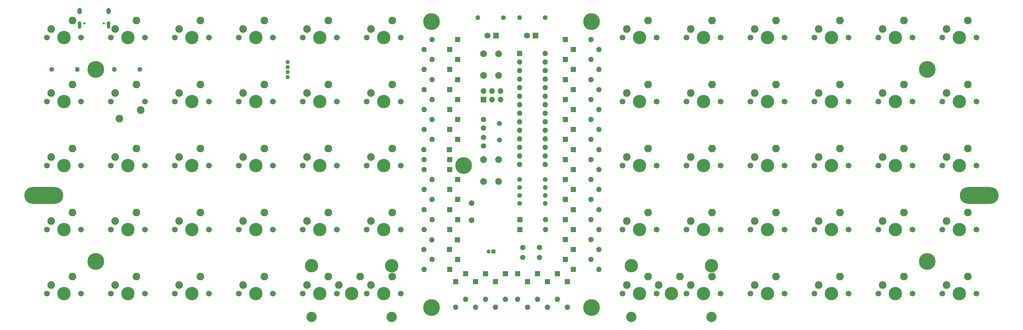
<source format=gbr>
G04 #@! TF.GenerationSoftware,KiCad,Pcbnew,7.0.5-0*
G04 #@! TF.CreationDate,2024-06-26T19:37:14+02:00*
G04 #@! TF.ProjectId,lumberjack,6c756d62-6572-46a6-9163-6b2e6b696361,1.9*
G04 #@! TF.SameCoordinates,Original*
G04 #@! TF.FileFunction,Soldermask,Top*
G04 #@! TF.FilePolarity,Negative*
%FSLAX46Y46*%
G04 Gerber Fmt 4.6, Leading zero omitted, Abs format (unit mm)*
G04 Created by KiCad (PCBNEW 7.0.5-0) date 2024-06-26 19:37:14*
%MOMM*%
%LPD*%
G01*
G04 APERTURE LIST*
%ADD10C,1.701800*%
%ADD11C,3.987800*%
%ADD12C,2.286000*%
%ADD13C,1.600000*%
%ADD14R,1.800000X1.800000*%
%ADD15C,1.800000*%
%ADD16R,1.600000X1.600000*%
%ADD17O,1.600000X1.600000*%
%ADD18C,1.710000*%
%ADD19R,1.200000X1.200000*%
%ADD20C,1.200000*%
%ADD21C,2.000000*%
%ADD22C,5.000000*%
%ADD23O,11.600000X5.000000*%
%ADD24C,3.048000*%
%ADD25R,1.700000X1.700000*%
%ADD26O,1.700000X1.700000*%
%ADD27C,1.400000*%
%ADD28O,1.400000X1.400000*%
%ADD29C,1.500000*%
%ADD30C,0.650000*%
%ADD31O,1.300000X1.900000*%
%ADD32O,1.100000X2.200000*%
%ADD33C,1.244600*%
G04 APERTURE END LIST*
D10*
X280670240Y-64293804D03*
D11*
X285750240Y-64293804D03*
D10*
X290830240Y-64293804D03*
D12*
X288290240Y-59213804D03*
X281940240Y-61753804D03*
D13*
X144065746Y-94059454D03*
X144065746Y-96559454D03*
X144065746Y-88701637D03*
X144065746Y-91201637D03*
D14*
X159543884Y-63698491D03*
D15*
X157003884Y-63698491D03*
D16*
X154781380Y-69056308D03*
D17*
X154781380Y-71596308D03*
X154781380Y-74136308D03*
X154781380Y-76676308D03*
X154781380Y-79216308D03*
X154781380Y-81756308D03*
X154781380Y-84296308D03*
X154781380Y-86836308D03*
X154781380Y-89376308D03*
X154781380Y-91916308D03*
X154781380Y-94456308D03*
X154781380Y-96996308D03*
X154781380Y-99536308D03*
X154781380Y-102076308D03*
X162401380Y-102076308D03*
X162401380Y-99536308D03*
X162401380Y-96996308D03*
X162401380Y-94456308D03*
X162401380Y-91916308D03*
X162401380Y-89376308D03*
X162401380Y-86836308D03*
X162401380Y-84296308D03*
X162401380Y-81756308D03*
X162401380Y-79216308D03*
X162401380Y-76676308D03*
X162401380Y-74136308D03*
X162401380Y-71596308D03*
X162401380Y-69056308D03*
D18*
X140493868Y-113546035D03*
X140493868Y-118626035D03*
D16*
X133945000Y-91675000D03*
D17*
X126325000Y-91675000D03*
D16*
X136326677Y-118467287D03*
D17*
X128706677Y-118467287D03*
D16*
X150614189Y-134540738D03*
D17*
X150614189Y-142160738D03*
D16*
X147637624Y-136921990D03*
D17*
X147637624Y-144541990D03*
D16*
X144661059Y-134540738D03*
D17*
X144661059Y-142160738D03*
D16*
X138707929Y-134540738D03*
D17*
X138707929Y-142160738D03*
D19*
X147042311Y-127992295D03*
D20*
X145542311Y-127992295D03*
D16*
X136326677Y-76795377D03*
D17*
X128706677Y-76795377D03*
D21*
X144065746Y-107156340D03*
X144065746Y-100656340D03*
X148565746Y-107156340D03*
X148565746Y-100656340D03*
D22*
X128587608Y-59531300D03*
X176212648Y-59531300D03*
X128587608Y-144661059D03*
X176212648Y-144661059D03*
D23*
X13096886Y-111323531D03*
X291703370Y-111323531D03*
D16*
X166092327Y-134540738D03*
D17*
X166092327Y-142160738D03*
D14*
X147796372Y-63698491D03*
D15*
X145256372Y-63698491D03*
D16*
X136335000Y-130375000D03*
D17*
X128715000Y-130375000D03*
D16*
X136310000Y-124500000D03*
D17*
X128690000Y-124500000D03*
D16*
X133945425Y-115490722D03*
D17*
X126325425Y-115490722D03*
D16*
X136326677Y-112514157D03*
D17*
X128706677Y-112514157D03*
D16*
X133945425Y-109537592D03*
D17*
X126325425Y-109537592D03*
D16*
X133945425Y-121443852D03*
D17*
X126325425Y-121443852D03*
D16*
X136326677Y-94654767D03*
D17*
X128706677Y-94654767D03*
D16*
X133935000Y-97625000D03*
D17*
X126315000Y-97625000D03*
D16*
X133945425Y-103584462D03*
D17*
X126325425Y-103584462D03*
D16*
X136350000Y-82750000D03*
D17*
X128730000Y-82750000D03*
D16*
X133950000Y-85750000D03*
D17*
X126330000Y-85750000D03*
D16*
X136326677Y-88701637D03*
D17*
X128706677Y-88701637D03*
D16*
X168473579Y-76795377D03*
D17*
X176093579Y-76795377D03*
D16*
X133945425Y-73818812D03*
D17*
X126325425Y-73818812D03*
D16*
X170854831Y-73818812D03*
D17*
X178474831Y-73818812D03*
D16*
X133945425Y-67865682D03*
D17*
X126325425Y-67865682D03*
D16*
X163115762Y-136921990D03*
D17*
X163115762Y-144541990D03*
D21*
X144065746Y-75604751D03*
X144065746Y-69104751D03*
X148565746Y-75604751D03*
X148565746Y-69104751D03*
D13*
X155734510Y-126801669D03*
X160734510Y-126801669D03*
D16*
X135731364Y-136921990D03*
D17*
X135731364Y-144541990D03*
D16*
X170854831Y-115490722D03*
D17*
X178474831Y-115490722D03*
D16*
X169068892Y-136921990D03*
D17*
X169068892Y-144541990D03*
D16*
X170854831Y-79771942D03*
D17*
X178474831Y-79771942D03*
D16*
X168473579Y-64889117D03*
D17*
X176093579Y-64889117D03*
D16*
X170854831Y-67865682D03*
D17*
X178474831Y-67865682D03*
D16*
X168473579Y-82748507D03*
D17*
X176093579Y-82748507D03*
D16*
X170854831Y-97631332D03*
D17*
X178474831Y-97631332D03*
D16*
X170854831Y-91678202D03*
D17*
X178474831Y-91678202D03*
D16*
X168473579Y-94654767D03*
D17*
X176093579Y-94654767D03*
D16*
X168473579Y-106561027D03*
D17*
X176093579Y-106561027D03*
D16*
X170854831Y-103584462D03*
D17*
X178474831Y-103584462D03*
D16*
X168473579Y-100607897D03*
D17*
X176093579Y-100607897D03*
D16*
X170854831Y-85725072D03*
D17*
X178474831Y-85725072D03*
D16*
X168473579Y-112514157D03*
D17*
X176093579Y-112514157D03*
D16*
X170854831Y-109537592D03*
D17*
X178474831Y-109537592D03*
D16*
X168473579Y-118467287D03*
D17*
X176093579Y-118467287D03*
D16*
X168473579Y-88701637D03*
D17*
X176093579Y-88701637D03*
D16*
X168473579Y-70842247D03*
D17*
X176093579Y-70842247D03*
D16*
X170854831Y-133350112D03*
D17*
X178474831Y-133350112D03*
D16*
X168473579Y-124420417D03*
D17*
X176093579Y-124420417D03*
D16*
X154186067Y-134540738D03*
D17*
X154186067Y-142160738D03*
D16*
X170854831Y-121443852D03*
D17*
X178474831Y-121443852D03*
D16*
X170854831Y-127396982D03*
D17*
X178474831Y-127396982D03*
D16*
X168473579Y-130373547D03*
D17*
X176093579Y-130373547D03*
D16*
X157162632Y-136921990D03*
D17*
X157162632Y-144541990D03*
D11*
X188087168Y-132238868D03*
D24*
X188087168Y-147478868D03*
D11*
X200025168Y-140493868D03*
X211963168Y-132238868D03*
D24*
X211963168Y-147478868D03*
D12*
X202565168Y-135413868D03*
X196215168Y-137953868D03*
D11*
X92837088Y-132238868D03*
D24*
X92837088Y-147478868D03*
D11*
X104775088Y-140493868D03*
X116713088Y-132238868D03*
D24*
X116713088Y-147478868D03*
D12*
X107315088Y-135413868D03*
X100965088Y-137953868D03*
D13*
X155734510Y-129778234D03*
X160734510Y-129778234D03*
D25*
X144065746Y-82748507D03*
D26*
X144065746Y-80208507D03*
X146605746Y-82748507D03*
X146605746Y-80208507D03*
X149145746Y-82748507D03*
X149145746Y-80208507D03*
D22*
X138112616Y-102393836D03*
D16*
X160139197Y-134540738D03*
D17*
X160139197Y-142160738D03*
D16*
X133960000Y-133350000D03*
D17*
X126340000Y-133350000D03*
D16*
X136326677Y-106561027D03*
D17*
X128706677Y-106561027D03*
D16*
X133945425Y-100607897D03*
D17*
X126325425Y-100607897D03*
D16*
X133945425Y-79771942D03*
D17*
X126325425Y-79771942D03*
D27*
X162401380Y-106561027D03*
D28*
X154781380Y-106561027D03*
D29*
X148828250Y-89892263D03*
X148828250Y-94772263D03*
D16*
X133910000Y-127400000D03*
D17*
X126290000Y-127400000D03*
D27*
X154781380Y-113704783D03*
D28*
X162401380Y-113704783D03*
D27*
X150018876Y-58340674D03*
D28*
X142398876Y-58340674D03*
D27*
X162401380Y-58340674D03*
D28*
X154781380Y-58340674D03*
D27*
X154781380Y-111323531D03*
D28*
X162401380Y-111323531D03*
D16*
X154900449Y-121443852D03*
D17*
X162520449Y-121443852D03*
D16*
X154900449Y-118467287D03*
D17*
X162520449Y-118467287D03*
D27*
X15478138Y-73818812D03*
D28*
X23098138Y-73818812D03*
D27*
X41671910Y-73818812D03*
D28*
X34051910Y-73818812D03*
D27*
X154781380Y-108942279D03*
D28*
X162401380Y-108942279D03*
D16*
X136326677Y-64889117D03*
D17*
X128706677Y-64889117D03*
D16*
X136326677Y-70842247D03*
D17*
X128706677Y-70842247D03*
D16*
X141684494Y-136921990D03*
D17*
X141684494Y-144541990D03*
D10*
X13970016Y-83343820D03*
D11*
X19050016Y-83343820D03*
D10*
X24130016Y-83343820D03*
D12*
X21590016Y-78263820D03*
X15240016Y-80803820D03*
D10*
X13970016Y-102393836D03*
D11*
X19050016Y-102393836D03*
D10*
X24130016Y-102393836D03*
D12*
X21590016Y-97313836D03*
X15240016Y-99853836D03*
D10*
X13970016Y-121443852D03*
D11*
X19050016Y-121443852D03*
D10*
X24130016Y-121443852D03*
D12*
X21590016Y-116363852D03*
X15240016Y-118903852D03*
D10*
X13970016Y-140493868D03*
D11*
X19050016Y-140493868D03*
D10*
X24130016Y-140493868D03*
D12*
X21590016Y-135413868D03*
X15240016Y-137953868D03*
D10*
X33020032Y-140493868D03*
D11*
X38100032Y-140493868D03*
D10*
X43180032Y-140493868D03*
D12*
X40640032Y-135413868D03*
X34290032Y-137953868D03*
D10*
X33020032Y-64293804D03*
D11*
X38100032Y-64293804D03*
D10*
X43180032Y-64293804D03*
D12*
X40640032Y-59213804D03*
X34290032Y-61753804D03*
D10*
X33020032Y-83343820D03*
X43180032Y-83343820D03*
D12*
X35560032Y-88423820D03*
X40640032Y-78263820D03*
X34290032Y-80803820D03*
X41910032Y-85883820D03*
D10*
X33020032Y-102393836D03*
D11*
X38100032Y-102393836D03*
D10*
X43180032Y-102393836D03*
D12*
X40640032Y-97313836D03*
X34290032Y-99853836D03*
D10*
X33020032Y-121443852D03*
D11*
X38100032Y-121443852D03*
D10*
X43180032Y-121443852D03*
D12*
X40640032Y-116363852D03*
X34290032Y-118903852D03*
D10*
X52070048Y-121443852D03*
D11*
X57150048Y-121443852D03*
D10*
X62230048Y-121443852D03*
D12*
X59690048Y-116363852D03*
X53340048Y-118903852D03*
D10*
X52070048Y-140493868D03*
D11*
X57150048Y-140493868D03*
D10*
X62230048Y-140493868D03*
D12*
X59690048Y-135413868D03*
X53340048Y-137953868D03*
D10*
X52070048Y-102393836D03*
D11*
X57150048Y-102393836D03*
D10*
X62230048Y-102393836D03*
D12*
X59690048Y-97313836D03*
X53340048Y-99853836D03*
D10*
X71120064Y-102393836D03*
D11*
X76200064Y-102393836D03*
D10*
X81280064Y-102393836D03*
D12*
X78740064Y-97313836D03*
X72390064Y-99853836D03*
D10*
X71120064Y-121443852D03*
D11*
X76200064Y-121443852D03*
D10*
X81280064Y-121443852D03*
D12*
X78740064Y-116363852D03*
X72390064Y-118903852D03*
D10*
X71120064Y-140493868D03*
D11*
X76200064Y-140493868D03*
D10*
X81280064Y-140493868D03*
D12*
X78740064Y-135413868D03*
X72390064Y-137953868D03*
D10*
X71120064Y-64293804D03*
D11*
X76200064Y-64293804D03*
D10*
X81280064Y-64293804D03*
D12*
X78740064Y-59213804D03*
X72390064Y-61753804D03*
D10*
X71120064Y-83343820D03*
D11*
X76200064Y-83343820D03*
D10*
X81280064Y-83343820D03*
D12*
X78740064Y-78263820D03*
X72390064Y-80803820D03*
D10*
X90170080Y-83343820D03*
D11*
X95250080Y-83343820D03*
D10*
X100330080Y-83343820D03*
D12*
X97790080Y-78263820D03*
X91440080Y-80803820D03*
D10*
X90170080Y-102393836D03*
D11*
X95250080Y-102393836D03*
D10*
X100330080Y-102393836D03*
D12*
X97790080Y-97313836D03*
X91440080Y-99853836D03*
D10*
X90170080Y-121443852D03*
D11*
X95250080Y-121443852D03*
D10*
X100330080Y-121443852D03*
D12*
X97790080Y-116363852D03*
X91440080Y-118903852D03*
D10*
X90170080Y-140493868D03*
D11*
X95250080Y-140493868D03*
D10*
X100330080Y-140493868D03*
D12*
X97790080Y-135413868D03*
X91440080Y-137953868D03*
D10*
X90170080Y-64293804D03*
D11*
X95250080Y-64293804D03*
D10*
X100330080Y-64293804D03*
D12*
X97790080Y-59213804D03*
X91440080Y-61753804D03*
D10*
X109220096Y-64293804D03*
D11*
X114300096Y-64293804D03*
D10*
X119380096Y-64293804D03*
D12*
X116840096Y-59213804D03*
X110490096Y-61753804D03*
D10*
X109220096Y-83343820D03*
D11*
X114300096Y-83343820D03*
D10*
X119380096Y-83343820D03*
D12*
X116840096Y-78263820D03*
X110490096Y-80803820D03*
D10*
X109220096Y-102393836D03*
D11*
X114300096Y-102393836D03*
D10*
X119380096Y-102393836D03*
D12*
X116840096Y-97313836D03*
X110490096Y-99853836D03*
D10*
X109220096Y-121443852D03*
D11*
X114300096Y-121443852D03*
D10*
X119380096Y-121443852D03*
D12*
X116840096Y-116363852D03*
X110490096Y-118903852D03*
D10*
X109220096Y-140493868D03*
D11*
X114300096Y-140493868D03*
D10*
X119380096Y-140493868D03*
D12*
X116840096Y-135413868D03*
X110490096Y-137953868D03*
D10*
X280670240Y-83343820D03*
D11*
X285750240Y-83343820D03*
D10*
X290830240Y-83343820D03*
D12*
X288290240Y-78263820D03*
X281940240Y-80803820D03*
D10*
X280670240Y-102393836D03*
D11*
X285750240Y-102393836D03*
D10*
X290830240Y-102393836D03*
D12*
X288290240Y-97313836D03*
X281940240Y-99853836D03*
D10*
X280670240Y-121443852D03*
D11*
X285750240Y-121443852D03*
D10*
X290830240Y-121443852D03*
D12*
X288290240Y-116363852D03*
X281940240Y-118903852D03*
D10*
X280670240Y-140493868D03*
D11*
X285750240Y-140493868D03*
D10*
X290830240Y-140493868D03*
D12*
X288290240Y-135413868D03*
X281940240Y-137953868D03*
D10*
X261620224Y-140493868D03*
D11*
X266700224Y-140493868D03*
D10*
X271780224Y-140493868D03*
D12*
X269240224Y-135413868D03*
X262890224Y-137953868D03*
D10*
X261620224Y-64293804D03*
D11*
X266700224Y-64293804D03*
D10*
X271780224Y-64293804D03*
D12*
X269240224Y-59213804D03*
X262890224Y-61753804D03*
D10*
X261620224Y-83343820D03*
D11*
X266700224Y-83343820D03*
D10*
X271780224Y-83343820D03*
D12*
X269240224Y-78263820D03*
X262890224Y-80803820D03*
D10*
X261620224Y-102393836D03*
D11*
X266700224Y-102393836D03*
D10*
X271780224Y-102393836D03*
D12*
X269240224Y-97313836D03*
X262890224Y-99853836D03*
D10*
X261620224Y-121443852D03*
D11*
X266700224Y-121443852D03*
D10*
X271780224Y-121443852D03*
D12*
X269240224Y-116363852D03*
X262890224Y-118903852D03*
D10*
X242570208Y-121443852D03*
D11*
X247650208Y-121443852D03*
D10*
X252730208Y-121443852D03*
D12*
X250190208Y-116363852D03*
X243840208Y-118903852D03*
D10*
X242570208Y-140493868D03*
D11*
X247650208Y-140493868D03*
D10*
X252730208Y-140493868D03*
D12*
X250190208Y-135413868D03*
X243840208Y-137953868D03*
D10*
X242570208Y-64293804D03*
D11*
X247650208Y-64293804D03*
D10*
X252730208Y-64293804D03*
D12*
X250190208Y-59213804D03*
X243840208Y-61753804D03*
D10*
X242570208Y-83343820D03*
D11*
X247650208Y-83343820D03*
D10*
X252730208Y-83343820D03*
D12*
X250190208Y-78263820D03*
X243840208Y-80803820D03*
D10*
X242570208Y-102393836D03*
D11*
X247650208Y-102393836D03*
D10*
X252730208Y-102393836D03*
D12*
X250190208Y-97313836D03*
X243840208Y-99853836D03*
D10*
X223520192Y-102393836D03*
D11*
X228600192Y-102393836D03*
D10*
X233680192Y-102393836D03*
D12*
X231140192Y-97313836D03*
X224790192Y-99853836D03*
D10*
X223520192Y-121443852D03*
D11*
X228600192Y-121443852D03*
D10*
X233680192Y-121443852D03*
D12*
X231140192Y-116363852D03*
X224790192Y-118903852D03*
D10*
X223520192Y-140493868D03*
D11*
X228600192Y-140493868D03*
D10*
X233680192Y-140493868D03*
D12*
X231140192Y-135413868D03*
X224790192Y-137953868D03*
D10*
X223520192Y-64293804D03*
D11*
X228600192Y-64293804D03*
D10*
X233680192Y-64293804D03*
D12*
X231140192Y-59213804D03*
X224790192Y-61753804D03*
D10*
X223520192Y-83343820D03*
D11*
X228600192Y-83343820D03*
D10*
X233680192Y-83343820D03*
D12*
X231140192Y-78263820D03*
X224790192Y-80803820D03*
D10*
X204470176Y-83343820D03*
D11*
X209550176Y-83343820D03*
D10*
X214630176Y-83343820D03*
D12*
X212090176Y-78263820D03*
X205740176Y-80803820D03*
D10*
X204470176Y-102393836D03*
D11*
X209550176Y-102393836D03*
D10*
X214630176Y-102393836D03*
D12*
X212090176Y-97313836D03*
X205740176Y-99853836D03*
D10*
X204470176Y-121443852D03*
D11*
X209550176Y-121443852D03*
D10*
X214630176Y-121443852D03*
D12*
X212090176Y-116363852D03*
X205740176Y-118903852D03*
D10*
X204470176Y-140493868D03*
D11*
X209550176Y-140493868D03*
D10*
X214630176Y-140493868D03*
D12*
X212090176Y-135413868D03*
X205740176Y-137953868D03*
D10*
X204470176Y-64293804D03*
D11*
X209550176Y-64293804D03*
D10*
X214630176Y-64293804D03*
D12*
X212090176Y-59213804D03*
X205740176Y-61753804D03*
D10*
X185420160Y-64293804D03*
D11*
X190500160Y-64293804D03*
D10*
X195580160Y-64293804D03*
D12*
X193040160Y-59213804D03*
X186690160Y-61753804D03*
D10*
X185420160Y-83343820D03*
D11*
X190500160Y-83343820D03*
D10*
X195580160Y-83343820D03*
D12*
X193040160Y-78263820D03*
X186690160Y-80803820D03*
D10*
X185420160Y-102393836D03*
D11*
X190500160Y-102393836D03*
D10*
X195580160Y-102393836D03*
D12*
X193040160Y-97313836D03*
X186690160Y-99853836D03*
D10*
X185420160Y-121443852D03*
D11*
X190500160Y-121443852D03*
D10*
X195580160Y-121443852D03*
D12*
X193040160Y-116363852D03*
X186690160Y-118903852D03*
D10*
X185420160Y-140493868D03*
D11*
X190500160Y-140493868D03*
D10*
X195580160Y-140493868D03*
D12*
X193040160Y-135413868D03*
X186690160Y-137953868D03*
D10*
X52070048Y-64293804D03*
D11*
X57150048Y-64293804D03*
D10*
X62230048Y-64293804D03*
D12*
X59690048Y-59213804D03*
X53340048Y-61753804D03*
D10*
X52070048Y-83343820D03*
D11*
X57150048Y-83343820D03*
D10*
X62230048Y-83343820D03*
D12*
X59690048Y-78263820D03*
X53340048Y-80803820D03*
D22*
X28575024Y-130968860D03*
X276225232Y-73818812D03*
X276225232Y-130968860D03*
X28575024Y-73818812D03*
D10*
X13969968Y-64293750D03*
D11*
X19049968Y-64293750D03*
D10*
X24129968Y-64293750D03*
D12*
X21589968Y-59213750D03*
X15239968Y-61753750D03*
D30*
X25177000Y-60055181D03*
X30957000Y-60055181D03*
D31*
X23767000Y-56406181D03*
D32*
X23767000Y-60606181D03*
D31*
X32367000Y-56406181D03*
D32*
X32367000Y-60606181D03*
D33*
X85696659Y-76075000D03*
X85696659Y-74575001D03*
X85696659Y-73074999D03*
X85696659Y-71574999D03*
M02*

</source>
